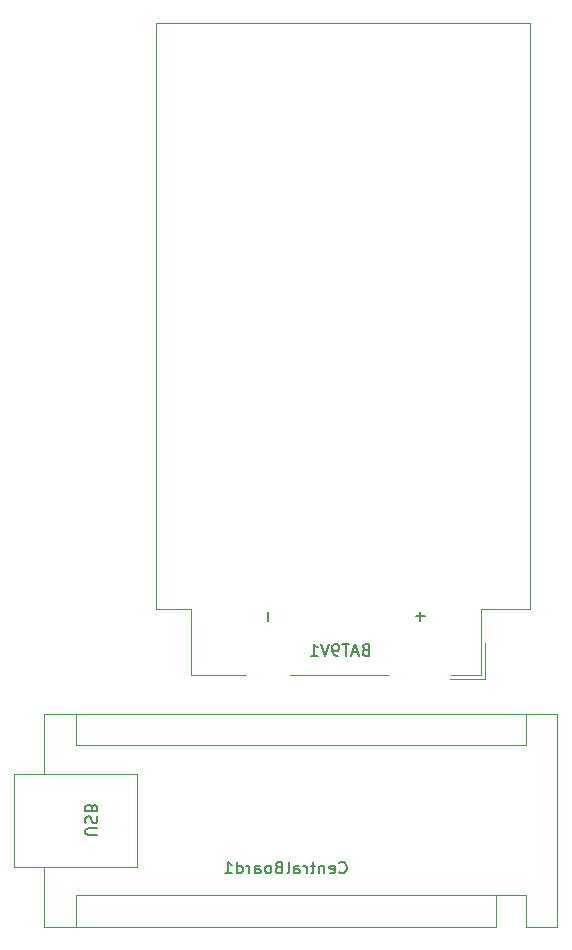
<source format=gbr>
%TF.GenerationSoftware,KiCad,Pcbnew,8.0.2*%
%TF.CreationDate,2024-05-12T00:24:23+01:00*%
%TF.ProjectId,Right_Controller_PCB_Bluetooth,52696768-745f-4436-9f6e-74726f6c6c65,V1.1*%
%TF.SameCoordinates,Original*%
%TF.FileFunction,Legend,Bot*%
%TF.FilePolarity,Positive*%
%FSLAX46Y46*%
G04 Gerber Fmt 4.6, Leading zero omitted, Abs format (unit mm)*
G04 Created by KiCad (PCBNEW 8.0.2) date 2024-05-12 00:24:23*
%MOMM*%
%LPD*%
G01*
G04 APERTURE LIST*
%ADD10C,0.150000*%
%ADD11C,0.120000*%
G04 APERTURE END LIST*
D10*
X144833810Y-138543580D02*
X144881429Y-138591200D01*
X144881429Y-138591200D02*
X145024286Y-138638819D01*
X145024286Y-138638819D02*
X145119524Y-138638819D01*
X145119524Y-138638819D02*
X145262381Y-138591200D01*
X145262381Y-138591200D02*
X145357619Y-138495961D01*
X145357619Y-138495961D02*
X145405238Y-138400723D01*
X145405238Y-138400723D02*
X145452857Y-138210247D01*
X145452857Y-138210247D02*
X145452857Y-138067390D01*
X145452857Y-138067390D02*
X145405238Y-137876914D01*
X145405238Y-137876914D02*
X145357619Y-137781676D01*
X145357619Y-137781676D02*
X145262381Y-137686438D01*
X145262381Y-137686438D02*
X145119524Y-137638819D01*
X145119524Y-137638819D02*
X145024286Y-137638819D01*
X145024286Y-137638819D02*
X144881429Y-137686438D01*
X144881429Y-137686438D02*
X144833810Y-137734057D01*
X144024286Y-138591200D02*
X144119524Y-138638819D01*
X144119524Y-138638819D02*
X144310000Y-138638819D01*
X144310000Y-138638819D02*
X144405238Y-138591200D01*
X144405238Y-138591200D02*
X144452857Y-138495961D01*
X144452857Y-138495961D02*
X144452857Y-138115009D01*
X144452857Y-138115009D02*
X144405238Y-138019771D01*
X144405238Y-138019771D02*
X144310000Y-137972152D01*
X144310000Y-137972152D02*
X144119524Y-137972152D01*
X144119524Y-137972152D02*
X144024286Y-138019771D01*
X144024286Y-138019771D02*
X143976667Y-138115009D01*
X143976667Y-138115009D02*
X143976667Y-138210247D01*
X143976667Y-138210247D02*
X144452857Y-138305485D01*
X143548095Y-137972152D02*
X143548095Y-138638819D01*
X143548095Y-138067390D02*
X143500476Y-138019771D01*
X143500476Y-138019771D02*
X143405238Y-137972152D01*
X143405238Y-137972152D02*
X143262381Y-137972152D01*
X143262381Y-137972152D02*
X143167143Y-138019771D01*
X143167143Y-138019771D02*
X143119524Y-138115009D01*
X143119524Y-138115009D02*
X143119524Y-138638819D01*
X142786190Y-137972152D02*
X142405238Y-137972152D01*
X142643333Y-137638819D02*
X142643333Y-138495961D01*
X142643333Y-138495961D02*
X142595714Y-138591200D01*
X142595714Y-138591200D02*
X142500476Y-138638819D01*
X142500476Y-138638819D02*
X142405238Y-138638819D01*
X142071904Y-138638819D02*
X142071904Y-137972152D01*
X142071904Y-138162628D02*
X142024285Y-138067390D01*
X142024285Y-138067390D02*
X141976666Y-138019771D01*
X141976666Y-138019771D02*
X141881428Y-137972152D01*
X141881428Y-137972152D02*
X141786190Y-137972152D01*
X141024285Y-138638819D02*
X141024285Y-138115009D01*
X141024285Y-138115009D02*
X141071904Y-138019771D01*
X141071904Y-138019771D02*
X141167142Y-137972152D01*
X141167142Y-137972152D02*
X141357618Y-137972152D01*
X141357618Y-137972152D02*
X141452856Y-138019771D01*
X141024285Y-138591200D02*
X141119523Y-138638819D01*
X141119523Y-138638819D02*
X141357618Y-138638819D01*
X141357618Y-138638819D02*
X141452856Y-138591200D01*
X141452856Y-138591200D02*
X141500475Y-138495961D01*
X141500475Y-138495961D02*
X141500475Y-138400723D01*
X141500475Y-138400723D02*
X141452856Y-138305485D01*
X141452856Y-138305485D02*
X141357618Y-138257866D01*
X141357618Y-138257866D02*
X141119523Y-138257866D01*
X141119523Y-138257866D02*
X141024285Y-138210247D01*
X140405237Y-138638819D02*
X140500475Y-138591200D01*
X140500475Y-138591200D02*
X140548094Y-138495961D01*
X140548094Y-138495961D02*
X140548094Y-137638819D01*
X139690951Y-138115009D02*
X139548094Y-138162628D01*
X139548094Y-138162628D02*
X139500475Y-138210247D01*
X139500475Y-138210247D02*
X139452856Y-138305485D01*
X139452856Y-138305485D02*
X139452856Y-138448342D01*
X139452856Y-138448342D02*
X139500475Y-138543580D01*
X139500475Y-138543580D02*
X139548094Y-138591200D01*
X139548094Y-138591200D02*
X139643332Y-138638819D01*
X139643332Y-138638819D02*
X140024284Y-138638819D01*
X140024284Y-138638819D02*
X140024284Y-137638819D01*
X140024284Y-137638819D02*
X139690951Y-137638819D01*
X139690951Y-137638819D02*
X139595713Y-137686438D01*
X139595713Y-137686438D02*
X139548094Y-137734057D01*
X139548094Y-137734057D02*
X139500475Y-137829295D01*
X139500475Y-137829295D02*
X139500475Y-137924533D01*
X139500475Y-137924533D02*
X139548094Y-138019771D01*
X139548094Y-138019771D02*
X139595713Y-138067390D01*
X139595713Y-138067390D02*
X139690951Y-138115009D01*
X139690951Y-138115009D02*
X140024284Y-138115009D01*
X138881427Y-138638819D02*
X138976665Y-138591200D01*
X138976665Y-138591200D02*
X139024284Y-138543580D01*
X139024284Y-138543580D02*
X139071903Y-138448342D01*
X139071903Y-138448342D02*
X139071903Y-138162628D01*
X139071903Y-138162628D02*
X139024284Y-138067390D01*
X139024284Y-138067390D02*
X138976665Y-138019771D01*
X138976665Y-138019771D02*
X138881427Y-137972152D01*
X138881427Y-137972152D02*
X138738570Y-137972152D01*
X138738570Y-137972152D02*
X138643332Y-138019771D01*
X138643332Y-138019771D02*
X138595713Y-138067390D01*
X138595713Y-138067390D02*
X138548094Y-138162628D01*
X138548094Y-138162628D02*
X138548094Y-138448342D01*
X138548094Y-138448342D02*
X138595713Y-138543580D01*
X138595713Y-138543580D02*
X138643332Y-138591200D01*
X138643332Y-138591200D02*
X138738570Y-138638819D01*
X138738570Y-138638819D02*
X138881427Y-138638819D01*
X137690951Y-138638819D02*
X137690951Y-138115009D01*
X137690951Y-138115009D02*
X137738570Y-138019771D01*
X137738570Y-138019771D02*
X137833808Y-137972152D01*
X137833808Y-137972152D02*
X138024284Y-137972152D01*
X138024284Y-137972152D02*
X138119522Y-138019771D01*
X137690951Y-138591200D02*
X137786189Y-138638819D01*
X137786189Y-138638819D02*
X138024284Y-138638819D01*
X138024284Y-138638819D02*
X138119522Y-138591200D01*
X138119522Y-138591200D02*
X138167141Y-138495961D01*
X138167141Y-138495961D02*
X138167141Y-138400723D01*
X138167141Y-138400723D02*
X138119522Y-138305485D01*
X138119522Y-138305485D02*
X138024284Y-138257866D01*
X138024284Y-138257866D02*
X137786189Y-138257866D01*
X137786189Y-138257866D02*
X137690951Y-138210247D01*
X137214760Y-138638819D02*
X137214760Y-137972152D01*
X137214760Y-138162628D02*
X137167141Y-138067390D01*
X137167141Y-138067390D02*
X137119522Y-138019771D01*
X137119522Y-138019771D02*
X137024284Y-137972152D01*
X137024284Y-137972152D02*
X136929046Y-137972152D01*
X136167141Y-138638819D02*
X136167141Y-137638819D01*
X136167141Y-138591200D02*
X136262379Y-138638819D01*
X136262379Y-138638819D02*
X136452855Y-138638819D01*
X136452855Y-138638819D02*
X136548093Y-138591200D01*
X136548093Y-138591200D02*
X136595712Y-138543580D01*
X136595712Y-138543580D02*
X136643331Y-138448342D01*
X136643331Y-138448342D02*
X136643331Y-138162628D01*
X136643331Y-138162628D02*
X136595712Y-138067390D01*
X136595712Y-138067390D02*
X136548093Y-138019771D01*
X136548093Y-138019771D02*
X136452855Y-137972152D01*
X136452855Y-137972152D02*
X136262379Y-137972152D01*
X136262379Y-137972152D02*
X136167141Y-138019771D01*
X135167141Y-138638819D02*
X135738569Y-138638819D01*
X135452855Y-138638819D02*
X135452855Y-137638819D01*
X135452855Y-137638819D02*
X135548093Y-137781676D01*
X135548093Y-137781676D02*
X135643331Y-137876914D01*
X135643331Y-137876914D02*
X135738569Y-137924533D01*
X124345180Y-135381904D02*
X123535657Y-135381904D01*
X123535657Y-135381904D02*
X123440419Y-135334285D01*
X123440419Y-135334285D02*
X123392800Y-135286666D01*
X123392800Y-135286666D02*
X123345180Y-135191428D01*
X123345180Y-135191428D02*
X123345180Y-135000952D01*
X123345180Y-135000952D02*
X123392800Y-134905714D01*
X123392800Y-134905714D02*
X123440419Y-134858095D01*
X123440419Y-134858095D02*
X123535657Y-134810476D01*
X123535657Y-134810476D02*
X124345180Y-134810476D01*
X123392800Y-134381904D02*
X123345180Y-134239047D01*
X123345180Y-134239047D02*
X123345180Y-134000952D01*
X123345180Y-134000952D02*
X123392800Y-133905714D01*
X123392800Y-133905714D02*
X123440419Y-133858095D01*
X123440419Y-133858095D02*
X123535657Y-133810476D01*
X123535657Y-133810476D02*
X123630895Y-133810476D01*
X123630895Y-133810476D02*
X123726133Y-133858095D01*
X123726133Y-133858095D02*
X123773752Y-133905714D01*
X123773752Y-133905714D02*
X123821371Y-134000952D01*
X123821371Y-134000952D02*
X123868990Y-134191428D01*
X123868990Y-134191428D02*
X123916609Y-134286666D01*
X123916609Y-134286666D02*
X123964228Y-134334285D01*
X123964228Y-134334285D02*
X124059466Y-134381904D01*
X124059466Y-134381904D02*
X124154704Y-134381904D01*
X124154704Y-134381904D02*
X124249942Y-134334285D01*
X124249942Y-134334285D02*
X124297561Y-134286666D01*
X124297561Y-134286666D02*
X124345180Y-134191428D01*
X124345180Y-134191428D02*
X124345180Y-133953333D01*
X124345180Y-133953333D02*
X124297561Y-133810476D01*
X123868990Y-133048571D02*
X123821371Y-132905714D01*
X123821371Y-132905714D02*
X123773752Y-132858095D01*
X123773752Y-132858095D02*
X123678514Y-132810476D01*
X123678514Y-132810476D02*
X123535657Y-132810476D01*
X123535657Y-132810476D02*
X123440419Y-132858095D01*
X123440419Y-132858095D02*
X123392800Y-132905714D01*
X123392800Y-132905714D02*
X123345180Y-133000952D01*
X123345180Y-133000952D02*
X123345180Y-133381904D01*
X123345180Y-133381904D02*
X124345180Y-133381904D01*
X124345180Y-133381904D02*
X124345180Y-133048571D01*
X124345180Y-133048571D02*
X124297561Y-132953333D01*
X124297561Y-132953333D02*
X124249942Y-132905714D01*
X124249942Y-132905714D02*
X124154704Y-132858095D01*
X124154704Y-132858095D02*
X124059466Y-132858095D01*
X124059466Y-132858095D02*
X123964228Y-132905714D01*
X123964228Y-132905714D02*
X123916609Y-132953333D01*
X123916609Y-132953333D02*
X123868990Y-133048571D01*
X123868990Y-133048571D02*
X123868990Y-133381904D01*
X147049047Y-119681009D02*
X146906190Y-119728628D01*
X146906190Y-119728628D02*
X146858571Y-119776247D01*
X146858571Y-119776247D02*
X146810952Y-119871485D01*
X146810952Y-119871485D02*
X146810952Y-120014342D01*
X146810952Y-120014342D02*
X146858571Y-120109580D01*
X146858571Y-120109580D02*
X146906190Y-120157200D01*
X146906190Y-120157200D02*
X147001428Y-120204819D01*
X147001428Y-120204819D02*
X147382380Y-120204819D01*
X147382380Y-120204819D02*
X147382380Y-119204819D01*
X147382380Y-119204819D02*
X147049047Y-119204819D01*
X147049047Y-119204819D02*
X146953809Y-119252438D01*
X146953809Y-119252438D02*
X146906190Y-119300057D01*
X146906190Y-119300057D02*
X146858571Y-119395295D01*
X146858571Y-119395295D02*
X146858571Y-119490533D01*
X146858571Y-119490533D02*
X146906190Y-119585771D01*
X146906190Y-119585771D02*
X146953809Y-119633390D01*
X146953809Y-119633390D02*
X147049047Y-119681009D01*
X147049047Y-119681009D02*
X147382380Y-119681009D01*
X146429999Y-119919104D02*
X145953809Y-119919104D01*
X146525237Y-120204819D02*
X146191904Y-119204819D01*
X146191904Y-119204819D02*
X145858571Y-120204819D01*
X145668094Y-119204819D02*
X145096666Y-119204819D01*
X145382380Y-120204819D02*
X145382380Y-119204819D01*
X144715713Y-120204819D02*
X144525237Y-120204819D01*
X144525237Y-120204819D02*
X144429999Y-120157200D01*
X144429999Y-120157200D02*
X144382380Y-120109580D01*
X144382380Y-120109580D02*
X144287142Y-119966723D01*
X144287142Y-119966723D02*
X144239523Y-119776247D01*
X144239523Y-119776247D02*
X144239523Y-119395295D01*
X144239523Y-119395295D02*
X144287142Y-119300057D01*
X144287142Y-119300057D02*
X144334761Y-119252438D01*
X144334761Y-119252438D02*
X144429999Y-119204819D01*
X144429999Y-119204819D02*
X144620475Y-119204819D01*
X144620475Y-119204819D02*
X144715713Y-119252438D01*
X144715713Y-119252438D02*
X144763332Y-119300057D01*
X144763332Y-119300057D02*
X144810951Y-119395295D01*
X144810951Y-119395295D02*
X144810951Y-119633390D01*
X144810951Y-119633390D02*
X144763332Y-119728628D01*
X144763332Y-119728628D02*
X144715713Y-119776247D01*
X144715713Y-119776247D02*
X144620475Y-119823866D01*
X144620475Y-119823866D02*
X144429999Y-119823866D01*
X144429999Y-119823866D02*
X144334761Y-119776247D01*
X144334761Y-119776247D02*
X144287142Y-119728628D01*
X144287142Y-119728628D02*
X144239523Y-119633390D01*
X143953808Y-119204819D02*
X143620475Y-120204819D01*
X143620475Y-120204819D02*
X143287142Y-119204819D01*
X142429999Y-120204819D02*
X143001427Y-120204819D01*
X142715713Y-120204819D02*
X142715713Y-119204819D01*
X142715713Y-119204819D02*
X142810951Y-119347676D01*
X142810951Y-119347676D02*
X142906189Y-119442914D01*
X142906189Y-119442914D02*
X143001427Y-119490533D01*
X138823866Y-116486779D02*
X138823866Y-117248684D01*
X151703866Y-116486779D02*
X151703866Y-117248684D01*
X152084819Y-116867731D02*
X151322914Y-116867731D01*
D11*
%TO.C,CentralBoard1*%
X117320000Y-130180000D02*
X127740000Y-130180000D01*
X117320000Y-138060000D02*
X117320000Y-130180000D01*
X119860000Y-130180000D02*
X119860000Y-125100000D01*
X119860000Y-138060000D02*
X119860000Y-143140000D01*
X119860000Y-143140000D02*
X158090000Y-143140000D01*
X122530000Y-125100000D02*
X122530000Y-127770000D01*
X122530000Y-127770000D02*
X160630000Y-127770000D01*
X122530000Y-140470000D02*
X158090000Y-140470000D01*
X122530000Y-143140000D02*
X122530000Y-140470000D01*
X127740000Y-130180000D02*
X127740000Y-138060000D01*
X127740000Y-138060000D02*
X117320000Y-138060000D01*
X158090000Y-143140000D02*
X158090000Y-140470000D01*
X160630000Y-125100000D02*
X160630000Y-127770000D01*
X160630000Y-140470000D02*
X158090000Y-140470000D01*
X160630000Y-143140000D02*
X160630000Y-140470000D01*
X160630000Y-143140000D02*
X163300000Y-143140000D01*
X163300000Y-125100000D02*
X119860000Y-125100000D01*
X163300000Y-143140000D02*
X163300000Y-125100000D01*
%TO.C,BAT9V1*%
X129350000Y-116210000D02*
X129350000Y-66650000D01*
X132250000Y-116210000D02*
X129350000Y-116210000D01*
X132250000Y-121810000D02*
X132250000Y-116210000D01*
X136930000Y-121810000D02*
X132250000Y-121810000D01*
X140630000Y-121810000D02*
X148980000Y-121810000D01*
X154180000Y-122150000D02*
X157180000Y-122150000D01*
X154280000Y-121810000D02*
X156840000Y-121810000D01*
X156840000Y-116210000D02*
X160940000Y-116210000D01*
X156840000Y-121810000D02*
X156840000Y-116210000D01*
X157180000Y-119150000D02*
X157180000Y-122150000D01*
X160940000Y-66650000D02*
X129350000Y-66650000D01*
X160940000Y-116210000D02*
X160940000Y-66650000D01*
%TD*%
M02*

</source>
